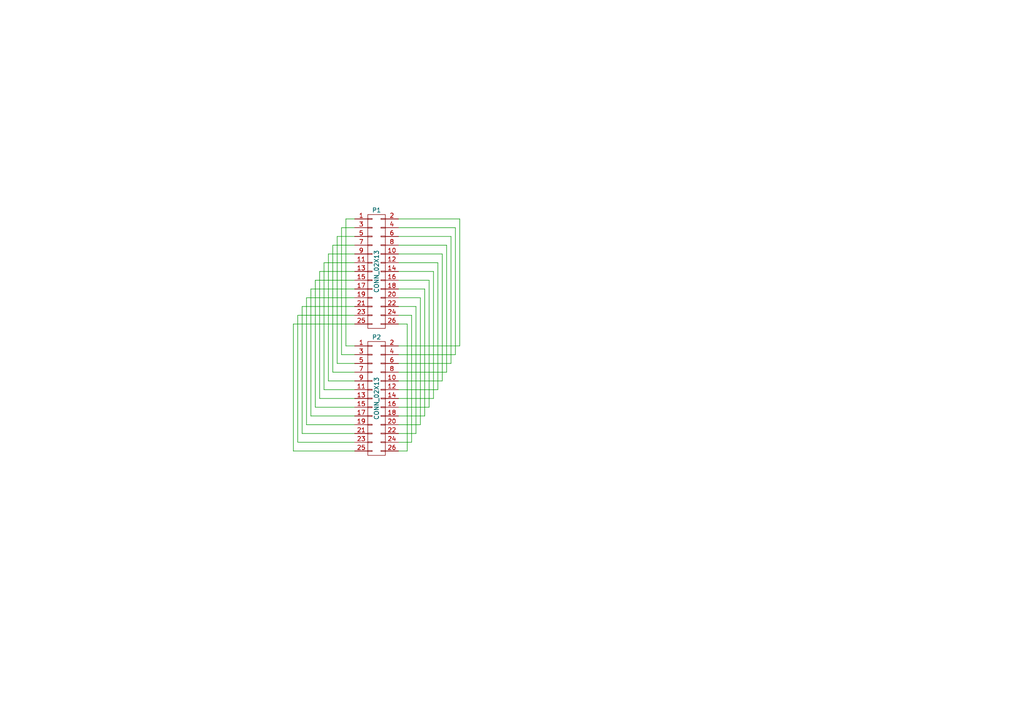
<source format=kicad_sch>
(kicad_sch (version 20230121) (generator eeschema)
  (paper "A4")
  (title_block (date "14 jan 2015"))
  (lib_symbols
    (symbol "fpc-adapter-rescue:CONN_02X13" (pin_names (offset 0.0254) hide)
      (property "Reference" "P" (at 0 17.78 0))
      (property "Value" "CONN_02X13" (at 0 0 90))
      (symbol "CONN_02X13_0_1"
        (rectangle (start -2.54 -15.113) (end -1.27 -15.367))
        (rectangle (start -2.54 -12.573) (end -1.27 -12.827))
        (rectangle (start -2.54 -10.033) (end -1.27 -10.287))
        (rectangle (start -2.54 -7.493) (end -1.27 -7.747))
        (rectangle (start -2.54 -4.953) (end -1.27 -5.207))
        (rectangle (start -2.54 -2.413) (end -1.27 -2.667))
        (rectangle (start -2.54 0.127) (end -1.27 -0.127))
        (rectangle (start -2.54 2.667) (end -1.27 2.413))
        (rectangle (start -2.54 5.207) (end -1.27 4.953))
        (rectangle (start -2.54 7.747) (end -1.27 7.493))
        (rectangle (start -2.54 10.287) (end -1.27 10.033))
        (rectangle (start -2.54 12.827) (end -1.27 12.573))
        (rectangle (start -2.54 15.367) (end -1.27 15.113))
        (rectangle (start -2.54 16.51) (end 2.54 -16.51))
        (rectangle (start 1.27 -15.113) (end 2.54 -15.367))
        (rectangle (start 1.27 -12.573) (end 2.54 -12.827))
        (rectangle (start 1.27 -10.033) (end 2.54 -10.287))
        (rectangle (start 1.27 -7.493) (end 2.54 -7.747))
        (rectangle (start 1.27 -4.953) (end 2.54 -5.207))
        (rectangle (start 1.27 -2.413) (end 2.54 -2.667))
        (rectangle (start 1.27 0.127) (end 2.54 -0.127))
        (rectangle (start 1.27 2.667) (end 2.54 2.413))
        (rectangle (start 1.27 5.207) (end 2.54 4.953))
        (rectangle (start 1.27 7.747) (end 2.54 7.493))
        (rectangle (start 1.27 10.287) (end 2.54 10.033))
        (rectangle (start 1.27 12.827) (end 2.54 12.573))
        (rectangle (start 1.27 15.367) (end 2.54 15.113))
      )
      (symbol "CONN_02X13_1_1"
        (pin passive line (at -6.35 15.24 0) (length 3.81) (name "P1") (number "1"))
        (pin passive line (at 6.35 5.08 180) (length 3.81) (name "P10") (number "10"))
        (pin passive line (at -6.35 2.54 0) (length 3.81) (name "P11") (number "11"))
        (pin passive line (at 6.35 2.54 180) (length 3.81) (name "P12") (number "12"))
        (pin passive line (at -6.35 0 0) (length 3.81) (name "P13") (number "13"))
        (pin passive line (at 6.35 0 180) (length 3.81) (name "P14") (number "14"))
        (pin passive line (at -6.35 -2.54 0) (length 3.81) (name "P15") (number "15"))
        (pin passive line (at 6.35 -2.54 180) (length 3.81) (name "P16") (number "16"))
        (pin passive line (at -6.35 -5.08 0) (length 3.81) (name "P17") (number "17"))
        (pin passive line (at 6.35 -5.08 180) (length 3.81) (name "P18") (number "18"))
        (pin passive line (at -6.35 -7.62 0) (length 3.81) (name "P19") (number "19"))
        (pin passive line (at 6.35 15.24 180) (length 3.81) (name "P2") (number "2"))
        (pin passive line (at 6.35 -7.62 180) (length 3.81) (name "P20") (number "20"))
        (pin passive line (at -6.35 -10.16 0) (length 3.81) (name "P21") (number "21"))
        (pin passive line (at 6.35 -10.16 180) (length 3.81) (name "P22") (number "22"))
        (pin passive line (at -6.35 -12.7 0) (length 3.81) (name "P23") (number "23"))
        (pin passive line (at 6.35 -12.7 180) (length 3.81) (name "P24") (number "24"))
        (pin passive line (at -6.35 -15.24 0) (length 3.81) (name "P25") (number "25"))
        (pin passive line (at 6.35 -15.24 180) (length 3.81) (name "P26") (number "26"))
        (pin passive line (at -6.35 12.7 0) (length 3.81) (name "P3") (number "3"))
        (pin passive line (at 6.35 12.7 180) (length 3.81) (name "P4") (number "4"))
        (pin passive line (at -6.35 10.16 0) (length 3.81) (name "P5") (number "5"))
        (pin passive line (at 6.35 10.16 180) (length 3.81) (name "P6") (number "6"))
        (pin passive line (at -6.35 7.62 0) (length 3.81) (name "P7") (number "7"))
        (pin passive line (at 6.35 7.62 180) (length 3.81) (name "P8") (number "8"))
        (pin passive line (at -6.35 5.08 0) (length 3.81) (name "P9") (number "9"))
      )
    )
  )
  (wire (pts (xy 118.11 130.81) (xy 115.57 130.81)))
  (wire (pts (xy 132.08 66.04) (xy 115.57 66.04)))
  (wire (pts (xy 102.87 78.74) (xy 92.71 78.74)))
  (wire (pts (xy 128.27 110.49) (xy 115.57 110.49)))
  (wire (pts (xy 115.57 83.82) (xy 123.19 83.82)))
  (wire (pts (xy 102.87 71.12) (xy 96.52 71.12)))
  (wire (pts (xy 115.57 78.74) (xy 125.73 78.74)))
  (wire (pts (xy 129.54 107.95) (xy 129.54 71.12)))
  (wire (pts (xy 95.25 110.49) (xy 102.87 110.49)))
  (wire (pts (xy 115.57 73.66) (xy 128.27 73.66)))
  (wire (pts (xy 102.87 76.2) (xy 93.98 76.2)))
  (wire (pts (xy 102.87 81.28) (xy 91.44 81.28)))
  (wire (pts (xy 86.36 91.44) (xy 86.36 128.27)))
  (wire (pts (xy 115.57 91.44) (xy 119.38 91.44)))
  (wire (pts (xy 118.11 93.98) (xy 118.11 130.81)))
  (wire (pts (xy 100.33 100.33) (xy 102.87 100.33)))
  (wire (pts (xy 102.87 86.36) (xy 88.9 86.36)))
  (wire (pts (xy 115.57 113.03) (xy 127 113.03)))
  (wire (pts (xy 85.09 130.81) (xy 102.87 130.81)))
  (wire (pts (xy 121.92 86.36) (xy 115.57 86.36)))
  (wire (pts (xy 130.81 68.58) (xy 130.81 105.41)))
  (wire (pts (xy 97.79 68.58) (xy 97.79 105.41)))
  (wire (pts (xy 91.44 81.28) (xy 91.44 118.11)))
  (wire (pts (xy 133.35 63.5) (xy 133.35 100.33)))
  (wire (pts (xy 102.87 73.66) (xy 95.25 73.66)))
  (wire (pts (xy 100.33 63.5) (xy 100.33 100.33)))
  (wire (pts (xy 87.63 88.9) (xy 87.63 125.73)))
  (wire (pts (xy 88.9 86.36) (xy 88.9 123.19)))
  (wire (pts (xy 95.25 73.66) (xy 95.25 110.49)))
  (wire (pts (xy 86.36 128.27) (xy 102.87 128.27)))
  (wire (pts (xy 115.57 63.5) (xy 133.35 63.5)))
  (wire (pts (xy 96.52 71.12) (xy 96.52 107.95)))
  (wire (pts (xy 93.98 113.03) (xy 102.87 113.03)))
  (wire (pts (xy 91.44 118.11) (xy 102.87 118.11)))
  (wire (pts (xy 99.06 102.87) (xy 102.87 102.87)))
  (wire (pts (xy 102.87 88.9) (xy 87.63 88.9)))
  (wire (pts (xy 127 76.2) (xy 115.57 76.2)))
  (wire (pts (xy 129.54 71.12) (xy 115.57 71.12)))
  (wire (pts (xy 102.87 93.98) (xy 85.09 93.98)))
  (wire (pts (xy 102.87 68.58) (xy 97.79 68.58)))
  (wire (pts (xy 124.46 118.11) (xy 124.46 81.28)))
  (wire (pts (xy 133.35 100.33) (xy 115.57 100.33)))
  (wire (pts (xy 92.71 115.57) (xy 102.87 115.57)))
  (wire (pts (xy 90.17 83.82) (xy 90.17 120.65)))
  (wire (pts (xy 128.27 73.66) (xy 128.27 110.49)))
  (wire (pts (xy 115.57 107.95) (xy 129.54 107.95)))
  (wire (pts (xy 102.87 63.5) (xy 100.33 63.5)))
  (wire (pts (xy 125.73 115.57) (xy 115.57 115.57)))
  (wire (pts (xy 115.57 123.19) (xy 121.92 123.19)))
  (wire (pts (xy 115.57 118.11) (xy 124.46 118.11)))
  (wire (pts (xy 119.38 128.27) (xy 115.57 128.27)))
  (wire (pts (xy 132.08 102.87) (xy 132.08 66.04)))
  (wire (pts (xy 120.65 125.73) (xy 115.57 125.73)))
  (wire (pts (xy 102.87 91.44) (xy 86.36 91.44)))
  (wire (pts (xy 121.92 123.19) (xy 121.92 86.36)))
  (wire (pts (xy 102.87 66.04) (xy 99.06 66.04)))
  (wire (pts (xy 115.57 102.87) (xy 132.08 102.87)))
  (wire (pts (xy 115.57 88.9) (xy 120.65 88.9)))
  (wire (pts (xy 115.57 68.58) (xy 130.81 68.58)))
  (wire (pts (xy 88.9 123.19) (xy 102.87 123.19)))
  (wire (pts (xy 90.17 120.65) (xy 102.87 120.65)))
  (wire (pts (xy 124.46 81.28) (xy 115.57 81.28)))
  (wire (pts (xy 87.63 125.73) (xy 102.87 125.73)))
  (wire (pts (xy 123.19 83.82) (xy 123.19 120.65)))
  (wire (pts (xy 102.87 83.82) (xy 90.17 83.82)))
  (wire (pts (xy 97.79 105.41) (xy 102.87 105.41)))
  (wire (pts (xy 125.73 78.74) (xy 125.73 115.57)))
  (wire (pts (xy 120.65 88.9) (xy 120.65 125.73)))
  (wire (pts (xy 96.52 107.95) (xy 102.87 107.95)))
  (wire (pts (xy 93.98 76.2) (xy 93.98 113.03)))
  (wire (pts (xy 119.38 91.44) (xy 119.38 128.27)))
  (wire (pts (xy 130.81 105.41) (xy 115.57 105.41)))
  (wire (pts (xy 85.09 93.98) (xy 85.09 130.81)))
  (wire (pts (xy 123.19 120.65) (xy 115.57 120.65)))
  (wire (pts (xy 92.71 78.74) (xy 92.71 115.57)))
  (wire (pts (xy 115.57 93.98) (xy 118.11 93.98)))
  (wire (pts (xy 127 113.03) (xy 127 76.2)))
  (wire (pts (xy 99.06 66.04) (xy 99.06 102.87)))
  (symbol (lib_id "fpc-adapter-rescue:CONN_02X13") (at 109.22 78.74 0) (unit 1)
    (property "Reference" "P1" (at 109.22 60.96 0))
    (property "Value" "CONN_02X13" (at 109.22 78.74 90))
    (property "Footprint" "local:26-pin-fpc-0.8mm-tft" (effects hide))
  )
  (symbol (lib_id "fpc-adapter-rescue:CONN_02X13") (at 109.22 115.57 0) (unit 1)
    (property "Reference" "P2" (at 109.22 97.79 0))
    (property "Value" "CONN_02X13" (at 109.22 115.57 90))
    (property "Footprint" "Pin_Headers:Pin_Header_Straight_2x13" (effects hide))
  )
)
</source>
